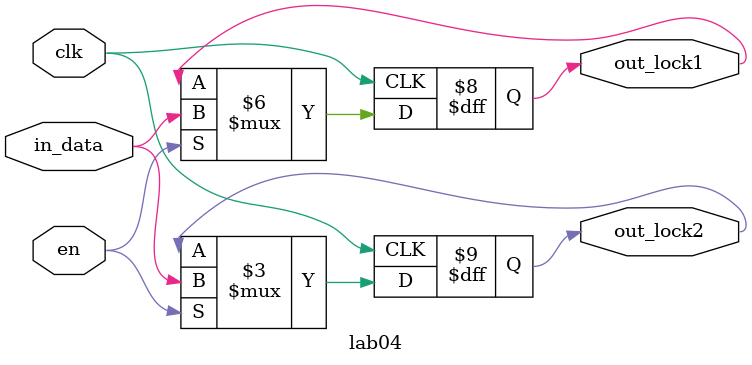
<source format=v>
module lab04(clk,en,in_data,out_lock1,out_lock2);
input clk;
input en;
input in_data;
output reg out_lock1;
output reg out_lock2;
always@(posedge clk)
if(en)
begin
out_lock1=in_data;
out_lock2=out_lock1;
end
else
begin
out_lock1=out_lock1;
out_lock2=out_lock2;
end
endmodule

</source>
